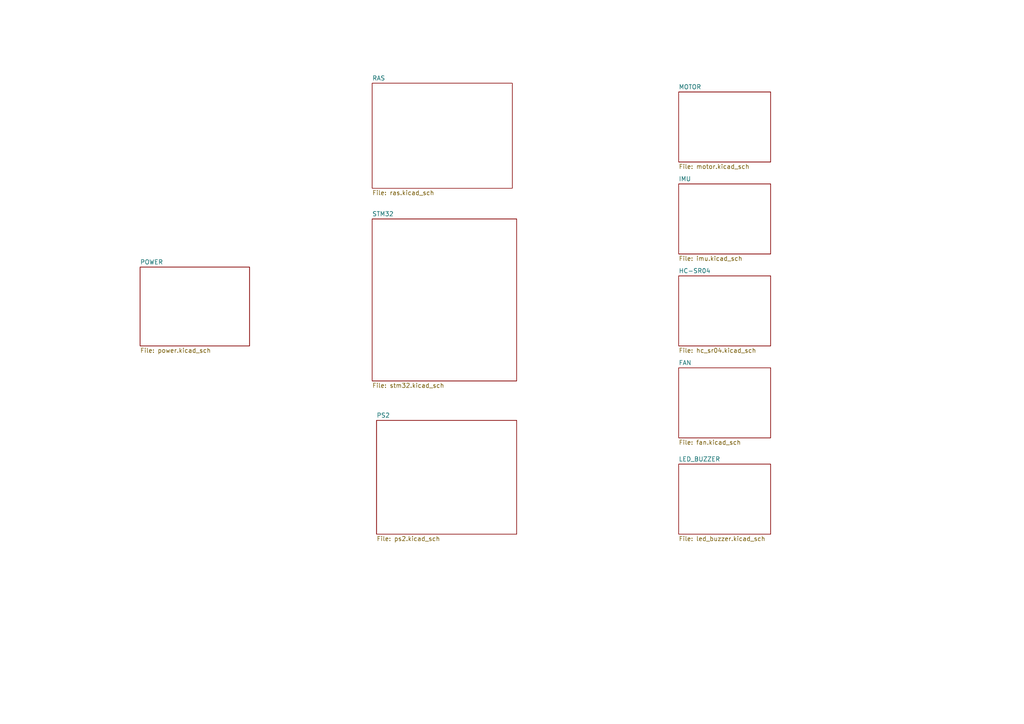
<source format=kicad_sch>
(kicad_sch (version 20230121) (generator eeschema)
  (paper "A4")
  (lib_symbols)
  (sheet (at 40.64 77.47) (size 31.75 22.86) (stroke (width 0.1524))
    (property "Sheetname" "POWER" (at 40.64 76.7584 0) (effects (justify left bottom)))
    (property "Sheetfile" "power.kicad_sch" (at 40.64 100.9146 0) (effects (justify left top)))
  )
  (sheet (at 107.95 24.13) (size 40.64 30.48) (stroke (width 0.1524))
    (property "Sheetname" "RAS" (at 107.95 23.4184 0) (effects (justify left bottom)))
    (property "Sheetfile" "ras.kicad_sch" (at 107.95 55.1946 0) (effects (justify left top)))
  )
  (sheet (at 196.85 80.01) (size 26.67 20.32) (stroke (width 0.1524))
    (property "Sheetname" "HC-SR04" (at 196.85 79.2984 0) (effects (justify left bottom)))
    (property "Sheetfile" "hc_sr04.kicad_sch" (at 196.85 100.9146 0) (effects (justify left top)))
  )
  (sheet (at 109.22 121.92) (size 40.64 33.02) (stroke (width 0.1524))
    (property "Sheetname" "PS2" (at 109.22 121.2084 0) (effects (justify left bottom)))
    (property "Sheetfile" "ps2.kicad_sch" (at 109.22 155.5246 0) (effects (justify left top)))
  )
  (sheet (at 196.85 53.34) (size 26.67 20.32) (stroke (width 0.1524))
    (property "Sheetname" "IMU" (at 196.85 52.6284 0) (effects (justify left bottom)))
    (property "Sheetfile" "imu.kicad_sch" (at 196.85 74.2446 0) (effects (justify left top)))
  )
  (sheet (at 107.95 63.5) (size 41.91 46.99) (stroke (width 0.1524))
    (property "Sheetname" "STM32" (at 107.95 62.7884 0) (effects (justify left bottom)))
    (property "Sheetfile" "stm32.kicad_sch" (at 107.95 111.0746 0) (effects (justify left top)))
  )
  (sheet (at 196.85 26.67) (size 26.67 20.32) (stroke (width 0.1524))
    (property "Sheetname" "MOTOR" (at 196.85 25.9584 0) (effects (justify left bottom)))
    (property "Sheetfile" "motor.kicad_sch" (at 196.85 47.5746 0) (effects (justify left top)))
  )
  (sheet (at 196.85 134.62) (size 26.67 20.32) (stroke (width 0.1524))
    (property "Sheetname" "LED_BUZZER" (at 196.85 133.9084 0) (effects (justify left bottom)))
    (property "Sheetfile" "led_buzzer.kicad_sch" (at 196.85 155.5246 0) (effects (justify left top)))
  )
  (sheet (at 196.85 106.68) (size 26.67 20.32) (stroke (width 0.1524))
    (property "Sheetname" "FAN" (at 196.85 105.9684 0) (effects (justify left bottom)))
    (property "Sheetfile" "fan.kicad_sch" (at 196.85 127.5846 0) (effects (justify left top)))
  )
)
</source>
